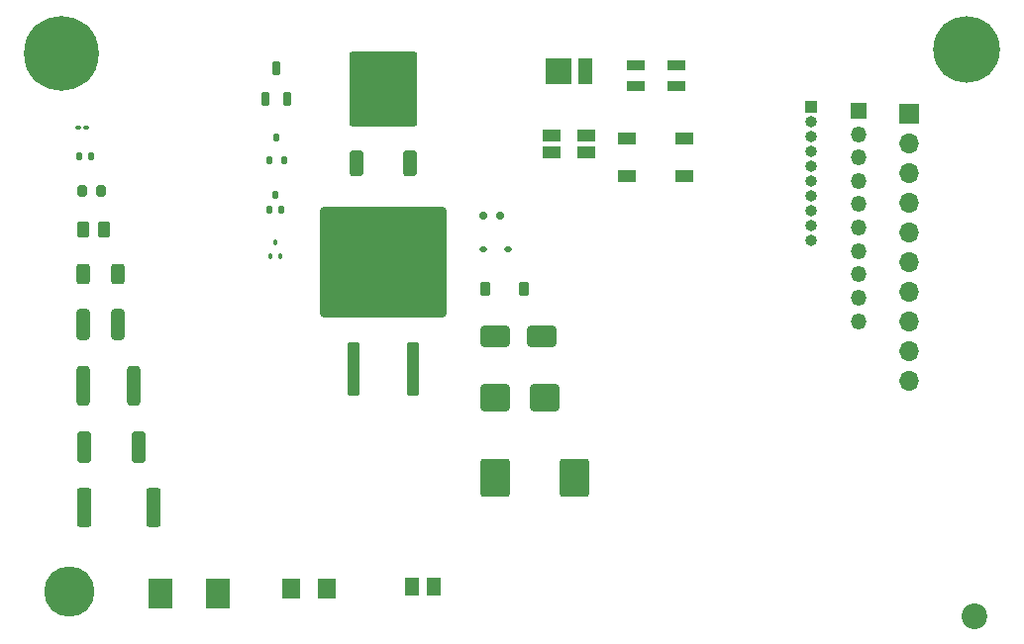
<source format=gbr>
%TF.GenerationSoftware,KiCad,Pcbnew,8.0.0*%
%TF.CreationDate,2024-04-12T00:00:48-04:00*%
%TF.ProjectId,Business card PCB,42757369-6e65-4737-9320-636172642050,rev?*%
%TF.SameCoordinates,Original*%
%TF.FileFunction,Soldermask,Top*%
%TF.FilePolarity,Negative*%
%FSLAX46Y46*%
G04 Gerber Fmt 4.6, Leading zero omitted, Abs format (unit mm)*
G04 Created by KiCad (PCBNEW 8.0.0) date 2024-04-12 00:00:48*
%MOMM*%
%LPD*%
G01*
G04 APERTURE LIST*
G04 Aperture macros list*
%AMRoundRect*
0 Rectangle with rounded corners*
0 $1 Rounding radius*
0 $2 $3 $4 $5 $6 $7 $8 $9 X,Y pos of 4 corners*
0 Add a 4 corners polygon primitive as box body*
4,1,4,$2,$3,$4,$5,$6,$7,$8,$9,$2,$3,0*
0 Add four circle primitives for the rounded corners*
1,1,$1+$1,$2,$3*
1,1,$1+$1,$4,$5*
1,1,$1+$1,$6,$7*
1,1,$1+$1,$8,$9*
0 Add four rect primitives between the rounded corners*
20,1,$1+$1,$2,$3,$4,$5,0*
20,1,$1+$1,$4,$5,$6,$7,0*
20,1,$1+$1,$6,$7,$8,$9,0*
20,1,$1+$1,$8,$9,$2,$3,0*%
G04 Aperture macros list end*
%ADD10C,4.300000*%
%ADD11R,1.200000X1.500000*%
%ADD12R,1.500000X1.800000*%
%ADD13R,2.100000X2.600000*%
%ADD14C,5.700000*%
%ADD15C,0.800000*%
%ADD16C,6.400000*%
%ADD17C,2.200000*%
%ADD18RoundRect,0.250000X-0.362500X-1.425000X0.362500X-1.425000X0.362500X1.425000X-0.362500X1.425000X0*%
%ADD19RoundRect,0.250000X-0.362500X-1.075000X0.362500X-1.075000X0.362500X1.075000X-0.362500X1.075000X0*%
%ADD20RoundRect,0.250000X-0.312500X-1.450000X0.312500X-1.450000X0.312500X1.450000X-0.312500X1.450000X0*%
%ADD21RoundRect,0.250000X-0.312500X-1.075000X0.312500X-1.075000X0.312500X1.075000X-0.312500X1.075000X0*%
%ADD22RoundRect,0.250000X0.312500X0.625000X-0.312500X0.625000X-0.312500X-0.625000X0.312500X-0.625000X0*%
%ADD23RoundRect,0.250000X0.262500X0.450000X-0.262500X0.450000X-0.262500X-0.450000X0.262500X-0.450000X0*%
%ADD24RoundRect,0.200000X0.200000X0.275000X-0.200000X0.275000X-0.200000X-0.275000X0.200000X-0.275000X0*%
%ADD25RoundRect,0.135000X-0.135000X-0.185000X0.135000X-0.185000X0.135000X0.185000X-0.135000X0.185000X0*%
%ADD26RoundRect,0.100000X-0.130000X-0.100000X0.130000X-0.100000X0.130000X0.100000X-0.130000X0.100000X0*%
%ADD27RoundRect,0.125000X0.125000X-0.175000X0.125000X0.175000X-0.125000X0.175000X-0.125000X-0.175000X0*%
%ADD28RoundRect,0.250000X0.300000X-2.050000X0.300000X2.050000X-0.300000X2.050000X-0.300000X-2.050000X0*%
%ADD29RoundRect,0.250002X5.149998X-4.449998X5.149998X4.449998X-5.149998X4.449998X-5.149998X-4.449998X0*%
%ADD30RoundRect,0.250000X0.350000X-0.850000X0.350000X0.850000X-0.350000X0.850000X-0.350000X-0.850000X0*%
%ADD31RoundRect,0.249997X2.650003X-2.950003X2.650003X2.950003X-2.650003X2.950003X-2.650003X-2.950003X0*%
%ADD32RoundRect,0.100000X0.100000X-0.125000X0.100000X0.125000X-0.100000X0.125000X-0.100000X-0.125000X0*%
%ADD33RoundRect,0.112500X-0.112500X-0.237500X0.112500X-0.237500X0.112500X0.237500X-0.112500X0.237500X0*%
%ADD34RoundRect,0.162500X0.162500X-0.447500X0.162500X0.447500X-0.162500X0.447500X-0.162500X-0.447500X0*%
%ADD35O,1.350000X1.350000*%
%ADD36R,1.350000X1.350000*%
%ADD37O,1.000000X1.000000*%
%ADD38R,1.000000X1.000000*%
%ADD39O,1.700000X1.700000*%
%ADD40R,1.700000X1.700000*%
%ADD41R,1.500000X1.000000*%
%ADD42R,1.600000X0.850000*%
%ADD43R,1.500000X1.100000*%
%ADD44R,2.200000X2.200000*%
%ADD45R,1.250000X2.200000*%
%ADD46RoundRect,0.225000X-0.225000X-0.375000X0.225000X-0.375000X0.225000X0.375000X-0.225000X0.375000X0*%
%ADD47RoundRect,0.150000X0.150000X0.200000X-0.150000X0.200000X-0.150000X-0.200000X0.150000X-0.200000X0*%
%ADD48RoundRect,0.112500X-0.187500X-0.112500X0.187500X-0.112500X0.187500X0.112500X-0.187500X0.112500X0*%
%ADD49RoundRect,0.250000X1.000000X-1.400000X1.000000X1.400000X-1.000000X1.400000X-1.000000X-1.400000X0*%
%ADD50RoundRect,0.250000X-1.000000X-0.900000X1.000000X-0.900000X1.000000X0.900000X-1.000000X0.900000X0*%
%ADD51RoundRect,0.250000X-1.000000X-0.650000X1.000000X-0.650000X1.000000X0.650000X-1.000000X0.650000X0*%
G04 APERTURE END LIST*
D10*
%TO.C,M4*%
X115300000Y-105650000D03*
%TD*%
D11*
%TO.C,MicroMELF*%
X146450000Y-105200000D03*
X144550000Y-105200000D03*
%TD*%
D12*
%TO.C,MiniMELF*%
X137250000Y-105350000D03*
X134250000Y-105350000D03*
%TD*%
D13*
%TO.C,MELF*%
X127950000Y-105750000D03*
X123050000Y-105750000D03*
%TD*%
D14*
%TO.C,M3*%
X191940000Y-59220000D03*
%TD*%
D15*
%TO.C,M3*%
X117030000Y-59520000D03*
X116327056Y-61217056D03*
X116327056Y-57822944D03*
X114630000Y-61920000D03*
D16*
X114630000Y-59520000D03*
D15*
X114630000Y-57120000D03*
X112932944Y-61217056D03*
X112932944Y-57822944D03*
X112230000Y-59520000D03*
%TD*%
D17*
%TO.C,M2*%
X192630000Y-107690000D03*
%TD*%
D18*
%TO.C,2512*%
X116535000Y-98405000D03*
X122460000Y-98405000D03*
%TD*%
D19*
%TO.C,2010*%
X116545000Y-93220000D03*
X121170000Y-93220000D03*
%TD*%
D20*
%TO.C,1812*%
X116490000Y-88005000D03*
X120765000Y-88005000D03*
%TD*%
D21*
%TO.C,1210*%
X116495000Y-82790000D03*
X119420000Y-82790000D03*
%TD*%
D22*
%TO.C,1206*%
X119420000Y-78405000D03*
X116495000Y-78405000D03*
%TD*%
D23*
%TO.C,0805*%
X118270000Y-74650000D03*
X116445000Y-74650000D03*
%TD*%
D24*
%TO.C,0603*%
X117982500Y-71285000D03*
X116332500Y-71285000D03*
%TD*%
D25*
%TO.C,0402*%
X116097500Y-68400000D03*
X117117500Y-68400000D03*
%TD*%
D26*
%TO.C,0201*%
X116697500Y-65895000D03*
X116057500Y-65895000D03*
%TD*%
D27*
%TO.C,SOT416*%
X132880000Y-71665832D03*
X133380000Y-72965832D03*
X132380000Y-72965832D03*
%TD*%
D28*
%TO.C,D2PAK*%
X139600000Y-86590000D03*
D29*
X142140000Y-77440000D03*
D28*
X144680000Y-86590000D03*
%TD*%
D30*
%TO.C,DPAK*%
X139862500Y-68927500D03*
D31*
X142142500Y-62627500D03*
D30*
X144422500Y-68927500D03*
%TD*%
D32*
%TO.C,SOT723*%
X132880000Y-75750000D03*
X133280000Y-76900000D03*
X132480000Y-76900000D03*
%TD*%
D33*
%TO.C,SOT323*%
X132982500Y-66731666D03*
X133632500Y-68731666D03*
X132332500Y-68731666D03*
%TD*%
D34*
%TO.C,SOT23*%
X132987500Y-60867500D03*
X133937500Y-63487500D03*
X132037500Y-63487500D03*
%TD*%
D35*
%TO.C,2.00mm*%
X182765000Y-82460000D03*
X182765000Y-80460000D03*
X182765000Y-78460000D03*
X182765000Y-76460000D03*
X182765000Y-74460000D03*
X182765000Y-72460000D03*
X182765000Y-70460000D03*
X182765000Y-68460000D03*
X182765000Y-66460000D03*
D36*
X182765000Y-64460000D03*
%TD*%
D37*
%TO.C,1.27mm*%
X178710000Y-75540000D03*
X178710000Y-74270000D03*
X178710000Y-73000000D03*
X178710000Y-71730000D03*
X178710000Y-70460000D03*
X178710000Y-69190000D03*
X178710000Y-67920000D03*
X178710000Y-66650000D03*
X178710000Y-65380000D03*
D38*
X178710000Y-64110000D03*
%TD*%
D39*
%TO.C,2.54mm*%
X187070000Y-87620000D03*
X187070000Y-85080000D03*
X187070000Y-82540000D03*
X187070000Y-80000000D03*
X187070000Y-77460000D03*
X187070000Y-74920000D03*
X187070000Y-72380000D03*
X187070000Y-69840000D03*
X187070000Y-67300000D03*
D40*
X187070000Y-64760000D03*
%TD*%
D41*
%TO.C,5050*%
X167870000Y-70050000D03*
X167870000Y-66850000D03*
X162970000Y-66850000D03*
X162970000Y-70050000D03*
%TD*%
D42*
%TO.C,3535*%
X163670000Y-60570000D03*
X163670000Y-62320000D03*
X167170000Y-62320000D03*
X167170000Y-60570000D03*
%TD*%
D43*
%TO.C,3228*%
X156497522Y-66565000D03*
X159497522Y-66565000D03*
X159497522Y-68065000D03*
X156497522Y-68065000D03*
%TD*%
D44*
%TO.C,2835*%
X157080000Y-61095000D03*
D45*
X159355000Y-61095000D03*
%TD*%
D46*
%TO.C,SOD-123*%
X154150000Y-79670000D03*
X150850000Y-79670000D03*
%TD*%
D47*
%TO.C,SOD-523*%
X152100000Y-73460000D03*
X150700000Y-73460000D03*
%TD*%
D48*
%TO.C,SOD-323*%
X152800000Y-76340000D03*
X150700000Y-76340000D03*
%TD*%
D49*
%TO.C,SMC*%
X151650000Y-95860000D03*
X158450000Y-95860000D03*
%TD*%
D50*
%TO.C,SMB*%
X151650000Y-89030000D03*
X155950000Y-89030000D03*
%TD*%
D51*
%TO.C,SMA*%
X151650000Y-83800000D03*
X155650000Y-83800000D03*
%TD*%
M02*

</source>
